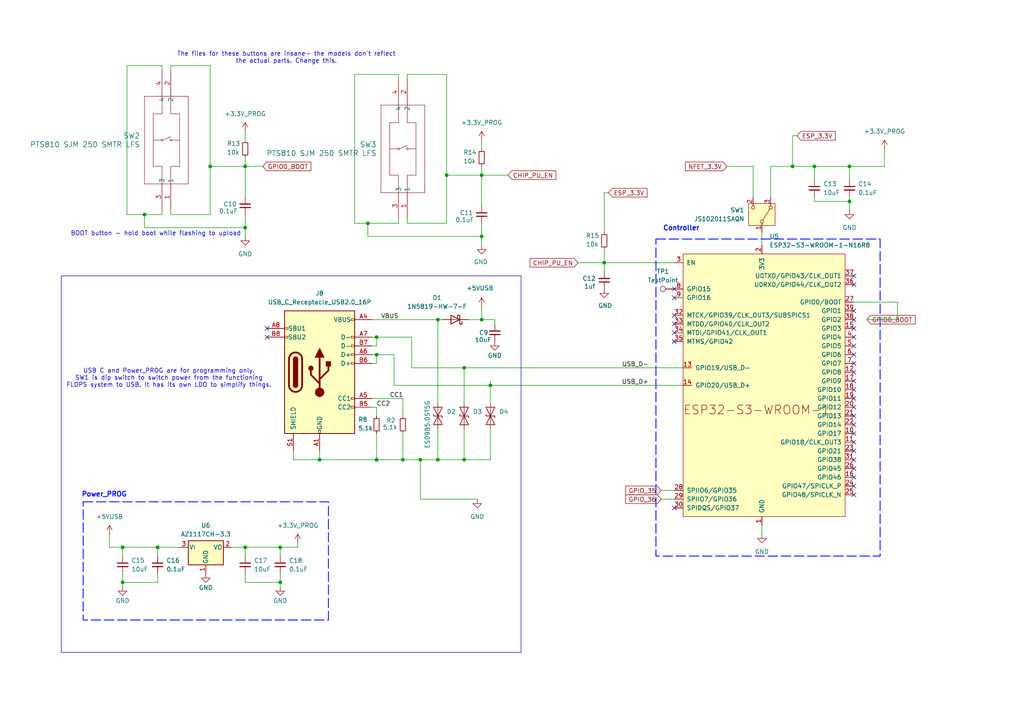
<source format=kicad_sch>
(kicad_sch (version 20231120) (generator "eeschema") (generator_version "8.0")
  (paper "A4")
  (title_block (date "2024-11-14") (rev "3"))
  (lib_symbols
    (symbol "Connector:TestPoint" (pin_numbers hide) (pin_names (offset 0.762) hide)
      (property "Reference" "TP" (at 0 6.858 0))
      (property "Value" "TestPoint" (at 0 5.08 0))
      (symbol "TestPoint_0_1"
        (circle (center 0 3.302) (radius 0.762))
      )
      (symbol "TestPoint_1_1"
        (pin passive line (at 0 0 90) (length 2.54) (name "1") (number "1"))
      )
    )
    (symbol "Connector:USB_C_Receptacle_USB2.0_16P" (pin_names (offset 1.016))
      (property "Reference" "J8" (at 0 22.86 0))
      (property "Value" "USB_C_Receptacle_USB2.0_16P" (at 0 20.32 0))
      (symbol "USB_C_Receptacle_USB2.0_16P_0_0"
        (rectangle (start -10.16 10.414) (end -9.144 9.906))
        (rectangle (start -10.16 12.954) (end -9.144 12.446))
        (rectangle (start -0.254 -17.78) (end 0.254 -16.764))
        (rectangle (start 10.16 -9.906) (end 9.144 -10.414))
        (rectangle (start 10.16 -7.366) (end 9.144 -7.874))
        (rectangle (start 10.16 2.794) (end 9.144 2.286))
        (rectangle (start 10.16 5.334) (end 9.144 4.826))
        (rectangle (start 10.16 7.874) (end 9.144 7.366))
        (rectangle (start 10.16 10.414) (end 9.144 9.906))
        (rectangle (start 10.16 15.494) (end 9.144 14.986))
      )
      (symbol "USB_C_Receptacle_USB2.0_16P_0_1"
        (rectangle (start -10.16 17.78) (end 10.16 -17.78) (stroke (width 0.254)) (fill (type background)))
        (arc (start -8.89 -3.81) (mid -6.985 -5.7067) (end -5.08 -3.81) (stroke (width 0.508)))
        (arc (start -7.62 -3.81) (mid -6.985 -4.4423) (end -6.35 -3.81) (stroke (width 0.254)))
        (arc (start -7.62 -3.81) (mid -6.985 -4.4423) (end -6.35 -3.81) (stroke (width 0.254)) (fill (type outline)))
        (rectangle (start -7.62 -3.81) (end -6.35 3.81) (stroke (width 0.254)) (fill (type outline)))
        (arc (start -6.35 3.81) (mid -6.985 4.4423) (end -7.62 3.81) (stroke (width 0.254)))
        (arc (start -6.35 3.81) (mid -6.985 4.4423) (end -7.62 3.81) (stroke (width 0.254)) (fill (type outline)))
        (arc (start -5.08 3.81) (mid -6.985 5.7067) (end -8.89 3.81) (stroke (width 0.508)))
        (circle (center -2.54 1.143) (radius 0.635) (stroke (width 0.254)) (fill (type outline)))
        (circle (center 0 -5.842) (radius 1.27) (fill (type outline)))
        (polyline (pts (xy -8.89 -3.81) (xy -8.89 3.81)) (stroke (width 0.508)))
        (polyline (pts (xy -5.08 3.81) (xy -5.08 -3.81)) (stroke (width 0.508)))
        (polyline (pts (xy 0 -5.842) (xy 0 4.318)) (stroke (width 0.508)))
        (polyline (pts (xy 0 -3.302) (xy -2.54 -0.762) (xy -2.54 0.508)) (stroke (width 0.508)))
        (polyline (pts (xy 0 -2.032) (xy 2.54 0.508) (xy 2.54 1.778)) (stroke (width 0.508)))
        (polyline (pts (xy -1.27 4.318) (xy 0 6.858) (xy 1.27 4.318) (xy -1.27 4.318)) (stroke (width 0.254)) (fill (type outline)))
        (rectangle (start 1.905 1.778) (end 3.175 3.048) (stroke (width 0.254)) (fill (type outline)))
      )
      (symbol "USB_C_Receptacle_USB2.0_16P_1_1"
        (pin passive line (at 0 -22.86 90) (length 5.08) (name "GND") (number "A1"))
        (pin passive line (at 0 -22.86 90) (length 5.08) hide (name "GND") (number "A12"))
        (pin passive line (at 15.24 15.24 180) (length 5.08) (name "VBUS") (number "A4"))
        (pin bidirectional line (at 15.24 -7.62 180) (length 5.08) (name "CC1") (number "A5"))
        (pin bidirectional line (at 15.24 5.08 180) (length 5.08) (name "D+") (number "A6"))
        (pin bidirectional line (at 15.24 10.16 180) (length 5.08) (name "D-") (number "A7"))
        (pin bidirectional line (at -15.24 12.7 0) (length 5.08) (name "SBU1") (number "A8"))
        (pin passive line (at 15.24 15.24 180) (length 5.08) hide (name "VBUS") (number "A9"))
        (pin passive line (at 0 -22.86 90) (length 5.08) hide (name "GND") (number "B1"))
        (pin passive line (at 0 -22.86 90) (length 5.08) hide (name "GND") (number "B12"))
        (pin passive line (at 15.24 15.24 180) (length 5.08) hide (name "VBUS") (number "B4"))
        (pin bidirectional line (at 15.24 -10.16 180) (length 5.08) (name "CC2") (number "B5"))
        (pin bidirectional line (at 15.24 2.54 180) (length 5.08) (name "D+") (number "B6"))
        (pin bidirectional line (at 15.24 7.62 180) (length 5.08) (name "D-") (number "B7"))
        (pin bidirectional line (at -15.24 10.16 0) (length 5.08) (name "SBU2") (number "B8"))
        (pin passive line (at 15.24 15.24 180) (length 5.08) hide (name "VBUS") (number "B9"))
        (pin passive line (at -7.62 -22.86 90) (length 5.08) (name "SHIELD") (number "S1"))
      )
    )
    (symbol "Device:C_Small" (pin_numbers hide) (pin_names (offset 0.254) hide)
      (property "Reference" "C" (at 0.254 1.778 0))
      (property "Value" "C_Small" (at 0.254 -2.032 0))
      (symbol "C_Small_0_1"
        (polyline (pts (xy -1.524 -0.508) (xy 1.524 -0.508)) (stroke (width 0.3302)))
        (polyline (pts (xy -1.524 0.508) (xy 1.524 0.508)) (stroke (width 0.3048)))
      )
      (symbol "C_Small_1_1"
        (pin passive line (at 0 2.54 270) (length 2.032) (name "~") (number "1"))
        (pin passive line (at 0 -2.54 90) (length 2.032) (name "~") (number "2"))
      )
    )
    (symbol "Device:R_Small" (pin_numbers hide) (pin_names (offset 0.254) hide)
      (property "Reference" "R" (at 0.762 0.508 0))
      (property "Value" "R_Small" (at 0.762 -1.016 0))
      (symbol "R_Small_0_1"
        (rectangle (start -0.762 1.778) (end 0.762 -1.778) (stroke (width 0.2032)))
      )
      (symbol "R_Small_1_1"
        (pin passive line (at 0 2.54 270) (length 0.762) (name "~") (number "1"))
        (pin passive line (at 0 -2.54 90) (length 0.762) (name "~") (number "2"))
      )
    )
    (symbol "Diode:1N5819" (pin_numbers hide) (pin_names (offset 1.016) hide)
      (property "Reference" "D" (at 0 2.54 0))
      (property "Value" "1N5819" (at 0 -2.54 0))
      (symbol "1N5819_0_1"
        (polyline (pts (xy 1.27 0) (xy -1.27 0)))
        (polyline (pts (xy 1.27 1.27) (xy 1.27 -1.27) (xy -1.27 0) (xy 1.27 1.27)) (stroke (width 0.254)))
        (polyline (pts (xy -1.905 0.635) (xy -1.905 1.27) (xy -1.27 1.27) (xy -1.27 -1.27) (xy -0.635 -1.27) (xy -0.635 -0.635)) (stroke (width 0.254)))
      )
      (symbol "1N5819_1_1"
        (pin passive line (at -3.81 0 0) (length 2.54) (name "K") (number "1"))
        (pin passive line (at 3.81 0 180) (length 2.54) (name "A") (number "2"))
      )
    )
    (symbol "Diode:ESD9B5.0ST5G" (pin_numbers hide) (pin_names (offset 1.016) hide)
      (property "Reference" "D" (at 0 2.54 0))
      (property "Value" "ESD9B5.0ST5G" (at 0 -2.54 0))
      (symbol "ESD9B5.0ST5G_0_1"
        (polyline (pts (xy 1.27 0) (xy -1.27 0)))
        (polyline (pts (xy -2.54 -1.27) (xy 0 0) (xy -2.54 1.27) (xy -2.54 -1.27)) (stroke (width 0.2032)))
        (polyline (pts (xy 0.508 1.27) (xy 0 1.27) (xy 0 -1.27) (xy -0.508 -1.27)) (stroke (width 0.2032)))
        (polyline (pts (xy 2.54 1.27) (xy 2.54 -1.27) (xy 0 0) (xy 2.54 1.27)) (stroke (width 0.2032)))
      )
      (symbol "ESD9B5.0ST5G_1_1"
        (pin passive line (at -3.81 0 0) (length 2.54) (name "A1") (number "1"))
        (pin passive line (at 3.81 0 180) (length 2.54) (name "A2") (number "2"))
      )
    )
    (symbol "PCM_Espressif:ESP32-S3-WROOM-1" (pin_names (offset 1.016))
      (property "Reference" "U5" (at 2.1941 43.18 0))
      (property "Value" "ESP32-S3-WROOM-1-N16R8" (at 2.1941 40.64 0))
      (symbol "ESP32-S3-WROOM-1_0_0"
        (text "ESP32-S3-WROOM-1" (at -1.524 -7.112 0) (effects (font (size 2.54 2.54))))
        (pin power_in line (at 0 -40.64 90) (length 2.54) (name "GND") (number "1"))
        (pin bidirectional line (at 26.67 -26.67 180) (length 2.54) (name "GPIO46") (number "16"))
        (pin power_in line (at 0 40.64 270) (length 2.54) (name "3V3") (number "2"))
        (pin bidirectional line (at 26.67 -19.05 180) (length 2.54) (name "GPIO21") (number "23"))
        (pin bidirectional line (at 26.67 -24.13 180) (length 2.54) (name "GPIO45") (number "26"))
        (pin bidirectional line (at 26.67 24.13 180) (length 2.54) (name "GPIO0/BOOT") (number "27"))
        (pin input line (at -25.4 35.56 0) (length 2.54) (name "EN") (number "3"))
        (pin bidirectional line (at -25.4 20.32 0) (length 2.54) (name "MTCK/GPIO39/CLK_OUT3/SUBSPICS1") (number "32"))
        (pin bidirectional line (at -25.4 17.78 0) (length 2.54) (name "MTDO/GPIO40/CLK_OUT2") (number "33"))
        (pin bidirectional line (at -25.4 15.24 0) (length 2.54) (name "MTDI/GPIO41/CLK_OUT1") (number "34"))
        (pin bidirectional line (at -25.4 12.7 0) (length 2.54) (name "MTMS/GPIO42") (number "35"))
        (pin bidirectional line (at 26.67 29.21 180) (length 2.54) (name "U0RXD/GPIO44/CLK_OUT2") (number "36"))
        (pin bidirectional line (at 26.67 31.75 180) (length 2.54) (name "U0TXD/GPIO43/CLK_OUT1") (number "37"))
        (pin passive line (at 0 -40.64 90) (length 2.54) hide (name "GND") (number "40"))
        (pin passive line (at 0 -40.64 90) (length 2.54) hide (name "GND") (number "41"))
      )
      (symbol "ESP32-S3-WROOM-1_0_1"
        (rectangle (start -22.86 38.1) (end 24.13 -38.1) (fill (type background)))
      )
      (symbol "ESP32-S3-WROOM-1_1_0"
        (pin bidirectional line (at 26.67 -13.97 180) (length 2.54) (name "GPIO17") (number "10"))
        (pin bidirectional line (at 26.67 -16.51 180) (length 2.54) (name "GPIO18/CLK_OUT3") (number "11"))
        (pin bidirectional line (at 26.67 3.81 180) (length 2.54) (name "GPIO8") (number "12"))
        (pin bidirectional line (at -22.86 5.08 0) (length 2.54) (name "GPIO19/USB_D-") (number "13"))
        (pin bidirectional line (at -22.86 0 0) (length 2.54) (name "GPIO20/USB_D+") (number "14"))
        (pin bidirectional line (at 26.67 16.51 180) (length 2.54) (name "GPIO3") (number "15"))
        (pin bidirectional line (at 26.67 1.27 180) (length 2.54) (name "GPIO9") (number "17"))
        (pin bidirectional line (at 26.67 -1.27 180) (length 2.54) (name "GPIO10") (number "18"))
        (pin bidirectional line (at 26.67 -3.81 180) (length 2.54) (name "GPIO11") (number "19"))
        (pin bidirectional line (at 26.67 -6.35 180) (length 2.54) (name "GPIO12") (number "20"))
        (pin bidirectional line (at 26.67 -8.89 180) (length 2.54) (name "GPIO13") (number "21"))
        (pin bidirectional line (at 26.67 -11.43 180) (length 2.54) (name "GPIO14") (number "22"))
        (pin bidirectional line (at 26.67 -29.21 180) (length 2.54) (name "GPIO47/SPICLK_P") (number "24"))
        (pin bidirectional line (at 26.67 -31.75 180) (length 2.54) (name "GPIO48/SPICLK_N") (number "25"))
        (pin bidirectional line (at -25.4 -30.48 0) (length 2.54) (name "SPIIO6/GPIO35") (number "28"))
        (pin bidirectional line (at -25.4 -33.02 0) (length 2.54) (name "SPIIO7/GPIO36") (number "29"))
        (pin bidirectional line (at -25.4 -35.56 0) (length 2.54) (name "SPIDQS/GPIO37") (number "30"))
        (pin bidirectional line (at 26.67 -21.59 180) (length 2.54) (name "GPIO38") (number "31"))
        (pin bidirectional line (at 26.67 19.05 180) (length 2.54) (name "GPIO2") (number "38"))
        (pin bidirectional line (at 26.67 21.59 180) (length 2.54) (name "GPIO1") (number "39"))
        (pin bidirectional line (at 26.67 13.97 180) (length 2.54) (name "GPIO4") (number "4"))
        (pin bidirectional line (at 26.67 11.43 180) (length 2.54) (name "GPIO5") (number "5"))
        (pin bidirectional line (at 26.67 8.89 180) (length 2.54) (name "GPIO6") (number "6"))
        (pin bidirectional line (at 26.67 6.35 180) (length 2.54) (name "GPIO7") (number "7"))
        (pin bidirectional line (at -25.4 27.94 0) (length 2.54) (name "GPIO15") (number "8"))
        (pin bidirectional line (at -25.4 25.4 0) (length 2.54) (name "GPIO16") (number "9"))
      )
    )
    (symbol "PTS810SJM250SMTR LFS:PTS810_SJM_250_SMTR_LFS" (pin_names (offset 0.254))
      (property "Reference" "SW" (at 20.32 10.16 0))
      (property "Value" "PTS810 SJM 250 SMTR LFS" (at 20.32 7.62 0))
      (symbol "PTS810_SJM_250_SMTR_LFS_0_1"
        (polyline (pts (xy 7.62 -7.62) (xy 33.02 -7.62)) (stroke (width 0.127)))
        (polyline (pts (xy 7.62 0) (xy 12.7 0)) (stroke (width 0.127)))
        (polyline (pts (xy 7.62 5.08) (xy 7.62 -7.62)) (stroke (width 0.127)))
        (polyline (pts (xy 12.7 -5.08) (xy 12.7 -2.54)) (stroke (width 0.127)))
        (polyline (pts (xy 12.7 -2.54) (xy 7.62 -2.54)) (stroke (width 0.127)))
        (polyline (pts (xy 12.7 0) (xy 12.7 2.54)) (stroke (width 0.127)))
        (polyline (pts (xy 12.7 2.54) (xy 27.94 2.54)) (stroke (width 0.127)))
        (polyline (pts (xy 20.32 -2.794) (xy 20.32 -5.08)) (stroke (width 0.127)))
        (polyline (pts (xy 20.32 2.54) (xy 20.32 0.254)) (stroke (width 0.127)))
        (polyline (pts (xy 21.336 0) (xy 20.32 -2.286)) (stroke (width 0.127)))
        (polyline (pts (xy 27.94 -5.08) (xy 12.7 -5.08)) (stroke (width 0.127)))
        (polyline (pts (xy 27.94 -2.54) (xy 27.94 -5.08)) (stroke (width 0.127)))
        (polyline (pts (xy 27.94 0) (xy 33.02 0)) (stroke (width 0.127)))
        (polyline (pts (xy 27.94 2.54) (xy 27.94 0)) (stroke (width 0.127)))
        (polyline (pts (xy 33.02 -7.62) (xy 33.02 5.08)) (stroke (width 0.127)))
        (polyline (pts (xy 33.02 -2.54) (xy 27.94 -2.54)) (stroke (width 0.127)))
        (polyline (pts (xy 33.02 5.08) (xy 7.62 5.08)) (stroke (width 0.127)))
        (circle (center 20.32 -2.54) (radius 0.254) (stroke (width 0.127)))
        (circle (center 20.32 0) (radius 0.254) (stroke (width 0.127)))
        (pin unspecified line (at 0 0 0) (length 7.62) (name "1") (number "1"))
        (pin unspecified line (at 40.64 0 180) (length 7.62) (name "2") (number "2"))
        (pin unspecified line (at 0 -2.54 0) (length 7.62) (name "3") (number "3"))
        (pin unspecified line (at 40.64 -2.54 180) (length 7.62) (name "4") (number "4"))
      )
    )
    (symbol "Regulator_Linear:AZ1117-3.3" (pin_names (offset 0.254))
      (property "Reference" "U" (at -3.81 3.175 0))
      (property "Value" "AZ1117-3.3" (at 0 3.175 0))
      (symbol "AZ1117-3.3_0_1"
        (rectangle (start -5.08 1.905) (end 5.08 -5.08) (stroke (width 0.254)) (fill (type background)))
      )
      (symbol "AZ1117-3.3_1_1"
        (pin power_in line (at 0 -7.62 90) (length 2.54) (name "GND") (number "1"))
        (pin power_out line (at 7.62 0 180) (length 2.54) (name "VO") (number "2"))
        (pin power_in line (at -7.62 0 0) (length 2.54) (name "VI") (number "3"))
      )
    )
    (symbol "Switch:SW_SPDT_312" (pin_names (offset 1) hide)
      (property "Reference" "SW" (at 0 5.08 0))
      (property "Value" "SW_SPDT_312" (at 0 -5.08 0))
      (symbol "SW_SPDT_312_0_1"
        (circle (center -2.032 0) (radius 0.4572))
        (polyline (pts (xy -1.651 0.254) (xy 1.651 2.286)))
        (circle (center 2.032 -2.54) (radius 0.4572))
        (circle (center 2.032 2.54) (radius 0.4572))
      )
      (symbol "SW_SPDT_312_1_1"
        (rectangle (start -3.175 3.81) (end 3.175 -3.81) (fill (type background)))
        (pin passive line (at -5.08 0 0) (length 2.54) (name "B") (number "1"))
        (pin passive line (at 5.08 -2.54 180) (length 2.54) (name "C") (number "2"))
        (pin passive line (at 5.08 2.54 180) (length 2.54) (name "A") (number "3"))
      )
    )
    (symbol "power:+3.3V" (power) (pin_numbers hide) (pin_names (offset 0) hide)
      (property "Value" "+3.3V" (at 0 3.556 0))
      (symbol "+3.3V_0_1"
        (polyline (pts (xy -0.762 1.27) (xy 0 2.54)))
        (polyline (pts (xy 0 0) (xy 0 2.54)))
        (polyline (pts (xy 0 2.54) (xy 0.762 1.27)))
      )
      (symbol "+3.3V_1_1"
        (pin power_in line (at 0 0 90) (length 0) (name "~") (number "1"))
      )
    )
    (symbol "power:+5V" (power) (pin_numbers hide) (pin_names (offset 0) hide)
      (property "Value" "+5V" (at 0 3.556 0))
      (symbol "+5V_0_1"
        (polyline (pts (xy -0.762 1.27) (xy 0 2.54)))
        (polyline (pts (xy 0 0) (xy 0 2.54)))
        (polyline (pts (xy 0 2.54) (xy 0.762 1.27)))
      )
      (symbol "+5V_1_1"
        (pin power_in line (at 0 0 90) (length 0) (name "~") (number "1"))
      )
    )
    (symbol "power:GND" (power) (pin_numbers hide) (pin_names (offset 0) hide)
      (property "Value" "GND" (at 0 -3.81 0))
      (symbol "GND_0_1"
        (polyline (pts (xy 0 0) (xy 0 -1.27) (xy 1.27 -1.27) (xy 0 -2.54) (xy -1.27 -1.27) (xy 0 -1.27)))
      )
      (symbol "GND_1_1"
        (pin power_in line (at 0 0 270) (length 0) (name "~") (number "1"))
      )
    )
  )
  (junction (at 139.7 92.71))
  (junction (at 116.84 133.35))
  (junction (at 81.28 168.91))
  (junction (at 246.38 48.26))
  (junction (at 236.22 48.26))
  (junction (at 109.22 97.79))
  (junction (at 134.62 106.68))
  (junction (at 109.22 133.35))
  (junction (at 81.28 158.75))
  (junction (at 106.68 64.77))
  (junction (at 129.54 50.8))
  (junction (at 71.12 66.04))
  (junction (at 139.7 68.58))
  (junction (at 127 92.71))
  (junction (at 229.87 48.26))
  (junction (at 60.96 48.26))
  (junction (at 246.38 58.42))
  (junction (at 41.91 62.23))
  (junction (at 127 133.35))
  (junction (at 134.62 133.35))
  (junction (at 175.26 76.2))
  (junction (at 45.72 158.75))
  (junction (at 35.56 158.75))
  (junction (at 139.7 50.8))
  (junction (at 71.12 48.26))
  (junction (at 142.24 111.76))
  (junction (at 92.71 133.35))
  (junction (at 35.56 168.91))
  (junction (at 109.22 102.87))
  (junction (at 71.12 158.75))
  (junction (at 121.92 133.35))
  (no_connect (at 195.58 99.06))
  (no_connect (at 195.58 96.52))
  (no_connect (at 77.47 97.79))
  (no_connect (at 247.65 140.97))
  (no_connect (at 247.65 100.33))
  (no_connect (at 247.65 128.27))
  (no_connect (at 247.65 113.03))
  (no_connect (at 247.65 95.25))
  (no_connect (at 247.65 115.57))
  (no_connect (at 247.65 138.43))
  (no_connect (at 195.58 93.98))
  (no_connect (at 247.65 120.65))
  (no_connect (at 247.65 82.55))
  (no_connect (at 247.65 143.51))
  (no_connect (at 247.65 92.71))
  (no_connect (at 247.65 125.73))
  (no_connect (at 195.58 147.32))
  (no_connect (at 195.58 91.44))
  (no_connect (at 247.65 133.35))
  (no_connect (at 195.58 83.82))
  (no_connect (at 247.65 90.17))
  (no_connect (at 77.47 95.25))
  (no_connect (at 247.65 110.49))
  (no_connect (at 247.65 118.11))
  (no_connect (at 247.65 105.41))
  (no_connect (at 195.58 86.36))
  (no_connect (at 247.65 80.01))
  (no_connect (at 247.65 130.81))
  (no_connect (at 247.65 135.89))
  (no_connect (at 247.65 107.95))
  (no_connect (at 247.65 97.79))
  (no_connect (at 247.65 123.19))
  (no_connect (at 247.65 102.87))
  (wire (pts (xy 102.87 64.77) (xy 106.68 64.77)))
  (wire (pts (xy 81.28 158.75) (xy 81.28 161.29)))
  (wire (pts (xy 41.91 62.23) (xy 46.99 62.23)))
  (wire (pts (xy 139.7 48.26) (xy 139.7 50.8)))
  (wire (pts (xy 71.12 66.04) (xy 41.91 66.04)))
  (wire (pts (xy 236.22 48.26) (xy 246.38 48.26)))
  (wire (pts (xy 260.35 87.63) (xy 260.35 92.71)))
  (wire (pts (xy 109.22 125.73) (xy 109.22 133.35)))
  (wire (pts (xy 118.11 63.5) (xy 118.11 64.77)))
  (wire (pts (xy 92.71 133.35) (xy 109.22 133.35)))
  (wire (pts (xy 135.89 92.71) (xy 139.7 92.71)))
  (wire (pts (xy 223.52 48.26) (xy 223.52 57.15)))
  (wire (pts (xy 45.72 168.91) (xy 45.72 166.37)))
  (wire (pts (xy 109.22 97.79) (xy 119.38 97.79)))
  (wire (pts (xy 127 92.71) (xy 127 116.84)))
  (wire (pts (xy 231.14 39.37) (xy 229.87 39.37)))
  (wire (pts (xy 41.91 62.23) (xy 41.91 66.04)))
  (wire (pts (xy 229.87 48.26) (xy 236.22 48.26)))
  (wire (pts (xy 246.38 57.15) (xy 246.38 58.42)))
  (wire (pts (xy 175.26 55.88) (xy 175.26 67.31)))
  (wire (pts (xy 49.53 20.32) (xy 49.53 19.05)))
  (wire (pts (xy 129.54 50.8) (xy 139.7 50.8)))
  (wire (pts (xy 71.12 166.37) (xy 71.12 168.91)))
  (wire (pts (xy 191.77 142.24) (xy 195.58 142.24)))
  (wire (pts (xy 139.7 92.71) (xy 143.51 92.71)))
  (wire (pts (xy 102.87 21.59) (xy 102.87 64.77)))
  (wire (pts (xy 71.12 48.26) (xy 76.2 48.26)))
  (wire (pts (xy 45.72 158.75) (xy 52.07 158.75)))
  (wire (pts (xy 220.98 67.31) (xy 220.98 71.12)))
  (wire (pts (xy 119.38 106.68) (xy 134.62 106.68)))
  (wire (pts (xy 31.75 158.75) (xy 35.56 158.75)))
  (wire (pts (xy 85.09 133.35) (xy 92.71 133.35)))
  (wire (pts (xy 175.26 72.39) (xy 175.26 76.2)))
  (wire (pts (xy 236.22 57.15) (xy 236.22 58.42)))
  (wire (pts (xy 118.11 21.59) (xy 129.54 21.59)))
  (wire (pts (xy 107.95 118.11) (xy 109.22 118.11)))
  (wire (pts (xy 167.64 76.2) (xy 175.26 76.2)))
  (wire (pts (xy 71.12 168.91) (xy 81.28 168.91)))
  (wire (pts (xy 260.35 92.71) (xy 251.46 92.71)))
  (wire (pts (xy 60.96 62.23) (xy 60.96 48.26)))
  (wire (pts (xy 107.95 115.57) (xy 116.84 115.57)))
  (wire (pts (xy 175.26 76.2) (xy 175.26 78.74)))
  (wire (pts (xy 116.84 133.35) (xy 121.92 133.35)))
  (wire (pts (xy 139.7 68.58) (xy 139.7 71.12)))
  (wire (pts (xy 107.95 105.41) (xy 109.22 105.41)))
  (wire (pts (xy 107.95 102.87) (xy 109.22 102.87)))
  (wire (pts (xy 139.7 88.9) (xy 139.7 92.71)))
  (wire (pts (xy 36.83 62.23) (xy 41.91 62.23)))
  (wire (pts (xy 31.75 154.94) (xy 31.75 158.75)))
  (wire (pts (xy 71.12 158.75) (xy 81.28 158.75)))
  (wire (pts (xy 36.83 19.05) (xy 46.99 19.05)))
  (wire (pts (xy 134.62 133.35) (xy 142.24 133.35)))
  (wire (pts (xy 49.53 60.96) (xy 49.53 62.23)))
  (wire (pts (xy 246.38 48.26) (xy 246.38 52.07)))
  (wire (pts (xy 60.96 48.26) (xy 60.96 19.05)))
  (wire (pts (xy 102.87 21.59) (xy 115.57 21.59)))
  (wire (pts (xy 127 92.71) (xy 128.27 92.71)))
  (wire (pts (xy 236.22 48.26) (xy 236.22 52.07)))
  (wire (pts (xy 71.12 158.75) (xy 71.12 161.29)))
  (wire (pts (xy 256.54 43.18) (xy 256.54 48.26)))
  (wire (pts (xy 129.54 64.77) (xy 129.54 50.8)))
  (wire (pts (xy 67.31 158.75) (xy 71.12 158.75)))
  (wire (pts (xy 127 124.46) (xy 127 133.35)))
  (wire (pts (xy 85.09 130.81) (xy 85.09 133.35)))
  (wire (pts (xy 109.22 102.87) (xy 109.22 105.41)))
  (wire (pts (xy 109.22 133.35) (xy 116.84 133.35)))
  (wire (pts (xy 49.53 19.05) (xy 60.96 19.05)))
  (wire (pts (xy 142.24 111.76) (xy 142.24 116.84)))
  (wire (pts (xy 71.12 66.04) (xy 71.12 68.58)))
  (wire (pts (xy 114.3 111.76) (xy 142.24 111.76)))
  (wire (pts (xy 118.11 22.86) (xy 118.11 21.59)))
  (wire (pts (xy 109.22 97.79) (xy 109.22 100.33)))
  (wire (pts (xy 81.28 166.37) (xy 81.28 168.91)))
  (wire (pts (xy 223.52 48.26) (xy 229.87 48.26)))
  (wire (pts (xy 107.95 97.79) (xy 109.22 97.79)))
  (wire (pts (xy 142.24 111.76) (xy 142.24 110.49)))
  (wire (pts (xy 142.24 111.76) (xy 198.12 111.76)))
  (wire (pts (xy 35.56 168.91) (xy 35.56 170.18)))
  (wire (pts (xy 35.56 158.75) (xy 45.72 158.75)))
  (wire (pts (xy 139.7 68.58) (xy 106.68 68.58)))
  (wire (pts (xy 119.38 97.79) (xy 119.38 106.68)))
  (wire (pts (xy 109.22 118.11) (xy 109.22 120.65)))
  (wire (pts (xy 218.44 48.26) (xy 218.44 57.15)))
  (wire (pts (xy 139.7 50.8) (xy 147.32 50.8)))
  (wire (pts (xy 114.3 102.87) (xy 114.3 111.76)))
  (wire (pts (xy 46.99 60.96) (xy 46.99 62.23)))
  (wire (pts (xy 134.62 106.68) (xy 134.62 116.84)))
  (wire (pts (xy 109.22 102.87) (xy 114.3 102.87)))
  (wire (pts (xy 46.99 20.32) (xy 46.99 19.05)))
  (wire (pts (xy 139.7 50.8) (xy 139.7 59.69)))
  (wire (pts (xy 106.68 64.77) (xy 106.68 68.58)))
  (wire (pts (xy 191.77 144.78) (xy 195.58 144.78)))
  (wire (pts (xy 107.95 92.71) (xy 127 92.71)))
  (wire (pts (xy 121.92 144.78) (xy 121.92 133.35)))
  (wire (pts (xy 236.22 58.42) (xy 246.38 58.42)))
  (wire (pts (xy 71.12 45.72) (xy 71.12 48.26)))
  (wire (pts (xy 220.98 152.4) (xy 220.98 154.94)))
  (wire (pts (xy 86.36 157.48) (xy 86.36 158.75)))
  (wire (pts (xy 60.96 48.26) (xy 71.12 48.26)))
  (wire (pts (xy 81.28 158.75) (xy 86.36 158.75)))
  (wire (pts (xy 195.58 76.2) (xy 175.26 76.2)))
  (wire (pts (xy 35.56 158.75) (xy 35.56 161.29)))
  (wire (pts (xy 92.71 130.81) (xy 92.71 133.35)))
  (wire (pts (xy 81.28 168.91) (xy 81.28 170.18)))
  (wire (pts (xy 134.62 106.68) (xy 198.12 106.68)))
  (wire (pts (xy 134.62 124.46) (xy 134.62 133.35)))
  (wire (pts (xy 121.92 144.78) (xy 138.43 144.78)))
  (wire (pts (xy 36.83 19.05) (xy 36.83 62.23)))
  (wire (pts (xy 246.38 58.42) (xy 246.38 60.96)))
  (wire (pts (xy 115.57 63.5) (xy 115.57 64.77)))
  (wire (pts (xy 45.72 158.75) (xy 45.72 161.29)))
  (wire (pts (xy 35.56 168.91) (xy 45.72 168.91)))
  (wire (pts (xy 116.84 133.35) (xy 116.84 125.73)))
  (wire (pts (xy 229.87 39.37) (xy 229.87 48.26)))
  (wire (pts (xy 115.57 22.86) (xy 115.57 21.59)))
  (wire (pts (xy 142.24 124.46) (xy 142.24 133.35)))
  (wire (pts (xy 71.12 62.23) (xy 71.12 66.04)))
  (wire (pts (xy 121.92 133.35) (xy 127 133.35)))
  (wire (pts (xy 175.26 55.88) (xy 176.53 55.88)))
  (wire (pts (xy 49.53 62.23) (xy 60.96 62.23)))
  (wire (pts (xy 118.11 64.77) (xy 129.54 64.77)))
  (wire (pts (xy 71.12 48.26) (xy 71.12 57.15)))
  (wire (pts (xy 139.7 64.77) (xy 139.7 68.58)))
  (wire (pts (xy 116.84 115.57) (xy 116.84 120.65)))
  (wire (pts (xy 107.95 100.33) (xy 109.22 100.33)))
  (wire (pts (xy 129.54 50.8) (xy 129.54 21.59)))
  (wire (pts (xy 247.65 87.63) (xy 260.35 87.63)))
  (wire (pts (xy 35.56 166.37) (xy 35.56 168.91)))
  (wire (pts (xy 256.54 48.26) (xy 246.38 48.26)))
  (wire (pts (xy 139.7 43.18) (xy 139.7 40.64)))
  (wire (pts (xy 127 133.35) (xy 134.62 133.35)))
  (wire (pts (xy 71.12 40.64) (xy 71.12 38.1)))
  (wire (pts (xy 143.51 92.71) (xy 143.51 93.98)))
  (wire (pts (xy 106.68 64.77) (xy 115.57 64.77)))
  (wire (pts (xy 210.82 48.26) (xy 218.44 48.26)))
  (rectangle (start 24.13 145.542) (end 95.25 179.832) (stroke (width 0.254) (type dash) (color 0 11 255 1)))
  (rectangle (start 17.78 80.01) (end 151.13 189.23))
  (rectangle (start 190.246 69.342) (end 255.27 161.29) (stroke (width 0.254) (type dash) (color 0 11 255 1)))
  (text "Controller\n" (at 197.612 66.294 0) (effects (font (size 1.397 1.397) (thickness 0.2794) (bold yes))))
  (text "The files for these buttons are insane- the models don't reflect\nthe actual parts. Change this.\n" (at 83.058 16.764 0) (effects (font (size 1.27 1.27))))
  (text "USB C and Power_PROG are for programming only.\nSW1 is dip switch to switch power from the functioning\nFLOPS system to USB. It has its own LDO to simplify things." (at 49.022 109.728 0) (effects (font (size 1.27 1.27))))
  (text "BOOT button - hold boot while flashing to upload" (at 45.212 67.818 0) (effects (font (size 1.27 1.27))))
  (text "Power_PROG" (at 30.226 143.51 0) (effects (font (size 1.397 1.397) (thickness 0.2794) (bold yes))))
  (label "VBUS" (at 110.49 92.71 0))
  (label "USB_D-" (at 180.34 106.68 0))
  (label "USB_D+" (at 180.34 111.76 0))
  (label "CC2" (at 109.22 118.11 0))
  (label "CC1" (at 113.03 115.57 0))
  (global_label "GPIO_36" (shape input) (at 191.77 144.78 180) (property "Intersheetrefs" "${INTERSHEET_REFS}" (effects (hide yes))))
  (global_label "ESP_3.3V" (shape input) (at 231.14 39.37 0) (property "Intersheetrefs" "${INTERSHEET_REFS}" (effects (hide yes))))
  (global_label "NFET_3.3V" (shape input) (at 210.82 48.26 180) (property "Intersheetrefs" "${INTERSHEET_REFS}" (effects (hide yes))))
  (global_label "ESP_3.3V" (shape input) (at 176.53 55.88 0) (property "Intersheetrefs" "${INTERSHEET_REFS}" (effects (hide yes))))
  (global_label "CHIP_PU_EN" (shape input) (at 167.64 76.2 180) (property "Intersheetrefs" "${INTERSHEET_REFS}" (effects (hide yes))))
  (global_label "GPIO0_BOOT" (shape input) (at 251.46 92.71 0) (property "Intersheetrefs" "${INTERSHEET_REFS}" (effects (hide yes))))
  (global_label "GPIO_35" (shape input) (at 191.77 142.24 180) (property "Intersheetrefs" "${INTERSHEET_REFS}" (effects (hide yes))))
  (global_label "CHIP_PU_EN" (shape input) (at 147.32 50.8 0) (property "Intersheetrefs" "${INTERSHEET_REFS}" (effects (hide yes))))
  (global_label "GPIO0_BOOT" (shape input) (at 76.2 48.26 0) (property "Intersheetrefs" "${INTERSHEET_REFS}" (effects (hide yes))))
  (symbol (lib_id "power:+5V") (at 139.7 88.9 0) (unit 1)
    (property "Reference" "#PWR011" (effects (hide yes)))
    (property "Value" "+5VUSB" (at 139.192 83.566 0))
    (property "Description" "Power symbol creates a global label with name \"+5V\"" (effects (hide yes)))
  )
  (symbol (lib_id "Device:C_Small") (at 139.7 62.23 180) (unit 1)
    (property "Reference" "C11" (at 133.35 61.722 0) (effects (justify right)))
    (property "Value" "0.1uF" (at 132.08 63.754 0) (effects (justify right)))
    (property "Footprint" "Capacitor_SMD:C_0603_1608Metric_Pad1.08x0.95mm_HandSolder" (effects (hide yes)))
    (property "Description" "Unpolarized capacitor, small symbol" (effects (hide yes)))
  )
  (symbol (lib_id "Switch:SW_SPDT_312") (at 220.98 62.23 270) (mirror x) (unit 1)
    (property "Reference" "SW1" (at 215.9 60.9599 90) (effects (justify right)))
    (property "Value" "JS102011SAQN" (at 215.9 63.4999 90) (effects (justify right)))
    (property "Footprint" "Button_Switch_SMD:SW_SPDT_CK_JS102011SAQN" (effects (hide yes)))
    (property "Description" "Switch, single pole double throw" (effects (hide yes)))
  )
  (symbol (lib_id "Device:R_Small") (at 116.84 123.19 180) (unit 1)
    (property "Reference" "R2" (at 112.014 121.92 0) (effects (justify right)))
    (property "Value" "5.1k" (at 110.998 123.952 0) (effects (justify right)))
    (property "Footprint" "Resistor_SMD:R_0603_1608Metric_Pad0.98x0.95mm_HandSolder" (effects (hide yes)))
    (property "Description" "Resistor, small symbol" (effects (hide yes)))
  )
  (symbol (lib_id "power:GND") (at 246.38 60.96 0) (unit 1)
    (property "Reference" "#PWR032" (effects (hide yes)))
    (property "Value" "GND" (at 246.38 66.04 0))
    (property "Description" "Power symbol creates a global label with name \"GND\" , ground" (effects (hide yes)))
  )
  (symbol (lib_id "Diode:ESD9B5.0ST5G") (at 142.24 120.65 270) (unit 1)
    (property "Reference" "D4" (at 144.78 119.3799 90) (effects (justify left)))
    (property "Value" "ESD9B5.0ST5G" (effects (hide yes)))
    (property "Footprint" "Diode_SMD:D_SOD-923" (effects (hide yes)))
    (property "Datasheet" "https://www.onsemi.com/pub/Collateral/ESD9B-D.PDF" (effects (hide yes)))
    (property "Description" "ESD protection diode, 5.0Vrwm, SOD-923" (effects (hide yes)))
  )
  (symbol (lib_id "power:GND") (at 138.43 144.78 0) (unit 1)
    (property "Reference" "#PWR029" (effects (hide yes)))
    (property "Value" "GND" (at 138.43 149.86 0))
    (property "Description" "Power symbol creates a global label with name \"GND\" , ground" (effects (hide yes)))
  )
  (symbol (lib_id "power:+3.3V") (at 256.54 43.18 0) (unit 1)
    (property "Reference" "#PWR039" (effects (hide yes)))
    (property "Value" "+3.3V_PROG" (at 256.54 38.1 0))
    (property "Description" "Power symbol creates a global label with name \"+3.3V\"" (effects (hide yes)))
  )
  (symbol (lib_id "Diode:ESD9B5.0ST5G") (at 127 120.65 270) (unit 1)
    (property "Reference" "D2" (at 129.54 119.3799 90) (effects (justify left)))
    (property "Value" "ESD9B5.0ST5G" (at 123.952 116.078 0) (effects (justify left)))
    (property "Footprint" "Diode_SMD:D_SOD-923" (effects (hide yes)))
    (property "Datasheet" "https://www.onsemi.com/pub/Collateral/ESD9B-D.PDF" (effects (hide yes)))
    (property "Description" "ESD protection diode, 5.0Vrwm, SOD-923" (effects (hide yes)))
  )
  (symbol (lib_id "power:GND") (at 220.98 154.94 0) (unit 1)
    (property "Reference" "#PWR038" (effects (hide yes)))
    (property "Value" "GND" (at 220.98 160.02 0))
    (property "Description" "Power symbol creates a global label with name \"GND\" , ground" (effects (hide yes)))
  )
  (symbol (lib_id "power:GND") (at 143.51 99.06 0) (unit 1)
    (property "Reference" "#PWR030" (effects (hide yes)))
    (property "Value" "GND" (at 143.51 103.124 0))
    (property "Description" "Power symbol creates a global label with name \"GND\" , ground" (effects (hide yes)))
  )
  (symbol (lib_id "Device:C_Small") (at 236.22 54.61 0) (unit 1)
    (property "Reference" "C13" (at 238.76 53.3462 0) (effects (justify left)))
    (property "Value" "10uF" (at 238.76 55.8862 0) (effects (justify left)))
    (property "Footprint" "Capacitor_SMD:C_0603_1608Metric_Pad1.08x0.95mm_HandSolder" (effects (hide yes)))
    (property "Description" "Unpolarized capacitor, small symbol" (effects (hide yes)))
  )
  (symbol (lib_id "power:GND") (at 175.26 83.82 0) (unit 1)
    (property "Reference" "#PWR024" (effects (hide yes)))
    (property "Value" "GND" (at 175.514 88.646 0))
    (property "Description" "Power symbol creates a global label with name \"GND\" , ground" (effects (hide yes)))
  )
  (symbol (lib_id "power:GND") (at 71.12 68.58 0) (unit 1)
    (property "Reference" "#PWR04" (effects (hide yes)))
    (property "Value" "GND" (at 71.12 73.66 0))
    (property "Description" "Power symbol creates a global label with name \"GND\" , ground" (effects (hide yes)))
  )
  (symbol (lib_id "Device:C_Small") (at 175.26 81.28 180) (unit 1)
    (property "Reference" "C12" (at 168.91 80.772 0) (effects (justify right)))
    (property "Value" "1uf" (at 169.418 83.058 0) (effects (justify right)))
    (property "Footprint" "Capacitor_SMD:C_0603_1608Metric_Pad1.08x0.95mm_HandSolder" (effects (hide yes)))
    (property "Description" "Unpolarized capacitor, small symbol" (effects (hide yes)))
  )
  (symbol (lib_id "Device:R_Small") (at 139.7 45.72 180) (unit 1)
    (property "Reference" "R14" (at 134.366 44.196 0) (effects (justify right)))
    (property "Value" "10k" (at 134.366 46.736 0) (effects (justify right)))
    (property "Footprint" "Resistor_SMD:R_0603_1608Metric_Pad0.98x0.95mm_HandSolder" (effects (hide yes)))
    (property "Description" "Resistor, small symbol" (effects (hide yes)))
  )
  (symbol (lib_id "power:+3.3V") (at 71.12 38.1 0) (unit 1)
    (property "Reference" "#PWR041" (effects (hide yes)))
    (property "Value" "+3.3V_PROG" (at 71.12 33.02 0))
    (property "Description" "Power symbol creates a global label with name \"+3.3V\"" (effects (hide yes)))
  )
  (symbol (lib_id "Device:R_Small") (at 109.22 123.19 180) (unit 1)
    (property "Reference" "R8" (at 103.886 121.666 0) (effects (justify right)))
    (property "Value" "5.1k" (at 103.886 124.206 0) (effects (justify right)))
    (property "Footprint" "Resistor_SMD:R_0603_1608Metric_Pad0.98x0.95mm_HandSolder" (effects (hide yes)))
    (property "Description" "Resistor, small symbol" (effects (hide yes)))
  )
  (symbol (lib_id "Diode:ESD9B5.0ST5G") (at 134.62 120.65 270) (unit 1)
    (property "Reference" "D3" (at 137.16 119.3799 90) (effects (justify left)))
    (property "Value" "ESD9B5.0ST5G" (effects (hide yes)))
    (property "Footprint" "Diode_SMD:D_SOD-923" (effects (hide yes)))
    (property "Datasheet" "https://www.onsemi.com/pub/Collateral/ESD9B-D.PDF" (effects (hide yes)))
    (property "Description" "ESD protection diode, 5.0Vrwm, SOD-923" (effects (hide yes)))
  )
  (symbol (lib_id "Regulator_Linear:AZ1117-3.3") (at 59.69 158.75 0) (unit 1)
    (property "Reference" "U6" (at 59.69 152.4 0))
    (property "Value" "AZ1117CH-3.3" (at 59.69 154.94 0))
    (property "Footprint" "Package_TO_SOT_SMD:SOT-223-3_TabPin2" (effects (hide yes)))
    (property "Datasheet" "https://www.diodes.com/assets/Datasheets/AZ1117.pdf" (effects (hide yes)))
    (property "Description" "1A 20V Fixed LDO Linear Regulator, 3.3V, SOT-89/SOT-223/TO-220/TO-252/TO-263" (effects (hide yes)))
  )
  (symbol (lib_id "Device:C_Small") (at 45.72 163.83 0) (unit 1)
    (property "Reference" "C16" (at 48.26 162.5662 0) (effects (justify left)))
    (property "Value" "0.1uF" (at 48.26 165.1062 0) (effects (justify left)))
    (property "Footprint" "Capacitor_SMD:C_0603_1608Metric_Pad1.08x0.95mm_HandSolder" (effects (hide yes)))
    (property "Description" "Unpolarized capacitor, small symbol" (effects (hide yes)))
  )
  (symbol (lib_id "Device:C_Small") (at 143.51 96.52 180) (unit 1)
    (property "Reference" "C9" (at 138.938 96.52 0) (effects (justify right)))
    (property "Value" "10uF" (at 137.668 98.552 0) (effects (justify right)))
    (property "Footprint" "Capacitor_SMD:C_0603_1608Metric_Pad1.08x0.95mm_HandSolder" (effects (hide yes)))
    (property "Description" "Unpolarized capacitor, small symbol" (effects (hide yes)))
  )
  (symbol (lib_id "power:+5V") (at 31.75 154.94 0) (unit 1)
    (property "Reference" "#PWR033" (effects (hide yes)))
    (property "Value" "+5VUSB" (at 31.75 149.86 0))
    (property "Description" "Power symbol creates a global label with name \"+5V\"" (effects (hide yes)))
  )
  (symbol (lib_id "power:GND") (at 35.56 170.18 0) (unit 1)
    (property "Reference" "#PWR034" (effects (hide yes)))
    (property "Value" "GND" (at 35.56 174.244 0))
    (property "Description" "Power symbol creates a global label with name \"GND\" , ground" (effects (hide yes)))
  )
  (symbol (lib_id "Diode:1N5819") (at 132.08 92.71 180) (unit 1)
    (property "Reference" "D1" (at 126.746 86.36 0))
    (property "Value" "1N5819-HW-7-F" (at 126.746 88.9 0))
    (property "Footprint" "Diode_SMD:D_SOD-123" (effects (hide yes)))
    (property "Datasheet" "http://www.vishay.com/docs/88525/1n5817.pdf" (effects (hide yes)))
    (property "Description" "40V 1A Schottky Barrier Rectifier Diode, DO-41" (effects (hide yes)))
  )
  (symbol (lib_id "PTS810SJM250SMTR LFS:PTS810_SJM_250_SMTR_LFS") (at 49.53 60.96 270) (mirror x) (unit 1)
    (property "Reference" "SW2" (at 40.64 39.3699 90) (effects (font (size 1.524 1.524)) (justify right)))
    (property "Value" "PTS810 SJM 250 SMTR LFS" (at 40.64 41.9099 90) (effects (font (size 1.524 1.524)) (justify right)))
    (property "Footprint" "PTS810SJM250SMTR LFS:PTS810_CNK" (effects (hide yes)))
    (property "Datasheet" "PTS810 SJM 250 SMTR LFS" (effects (hide yes)))
  )
  (symbol (lib_id "power:GND") (at 59.69 166.37 0) (unit 1)
    (property "Reference" "#PWR035" (effects (hide yes)))
    (property "Value" "GND" (at 59.69 170.434 0))
    (property "Description" "Power symbol creates a global label with name \"GND\" , ground" (effects (hide yes)))
  )
  (symbol (lib_id "Device:C_Small") (at 81.28 163.83 0) (unit 1)
    (property "Reference" "C18" (at 83.82 162.5662 0) (effects (justify left)))
    (property "Value" "0.1uF" (at 83.82 165.1062 0) (effects (justify left)))
    (property "Footprint" "Capacitor_SMD:C_0603_1608Metric_Pad1.08x0.95mm_HandSolder" (effects (hide yes)))
    (property "Description" "Unpolarized capacitor, small symbol" (effects (hide yes)))
  )
  (symbol (lib_id "power:+3.3V") (at 139.7 40.64 0) (unit 1)
    (property "Reference" "#PWR040" (effects (hide yes)))
    (property "Value" "+3.3V_PROG" (at 139.7 35.56 0))
    (property "Description" "Power symbol creates a global label with name \"+3.3V\"" (effects (hide yes)))
  )
  (symbol (lib_id "power:GND") (at 81.28 170.18 0) (unit 1)
    (property "Reference" "#PWR036" (effects (hide yes)))
    (property "Value" "GND" (at 81.28 174.244 0))
    (property "Description" "Power symbol creates a global label with name \"GND\" , ground" (effects (hide yes)))
  )
  (symbol (lib_id "power:GND") (at 139.7 71.12 0) (unit 1)
    (property "Reference" "#PWR031" (effects (hide yes)))
    (property "Value" "GND" (at 139.446 75.946 0))
    (property "Description" "Power symbol creates a global label with name \"GND\" , ground" (effects (hide yes)))
  )
  (symbol (lib_id "PCM_Espressif:ESP32-S3-WROOM-1") (at 220.98 111.76 0) (unit 1)
    (property "Reference" "U5" (at 223.1741 68.58 0) (effects (justify left)))
    (property "Value" "ESP32-S3-WROOM-1-N16R8" (at 223.1741 71.12 0) (effects (justify left)))
    (property "Footprint" "PCM_Espressif:ESP32-S3-WROOM-1" (effects (hide yes)))
    (property "Datasheet" "https://www.espressif.com/sites/default/files/documentation/esp32-s3-wroom-1_wroom-1u_datasheet_en.pdf" (effects (hide yes)))
    (property "Description" "2.4 GHz WiFi (802.11 b/g/n) and Bluetooth ® 5 (LE) module Built around ESP32S3 series of SoCs, Xtensa ® dualcore 32bit LX7 microprocessor Flash up to 16 MB, PSRAM up to 8 MB 36 GPIOs, rich set of peripherals Onboard PCB antenna" (effects (hide yes)))
  )
  (symbol (lib_id "Connector:USB_C_Receptacle_USB2.0_16P") (at 92.71 107.95 0) (unit 1)
    (property "Reference" "J8" (at 92.71 85.09 0))
    (property "Value" "USB_C_Receptacle_USB2.0_16P" (at 92.71 87.63 0))
    (property "Footprint" "Connector_USB:USB_C_Receptacle_GCT_USB4105-xx-A_16P_TopMnt_Horizontal" (effects (hide yes)))
    (property "Datasheet" "https://www.usb.org/sites/default/files/documents/usb_type-c.zip" (effects (hide yes)))
    (property "Description" "USB 2.0-only 16P Type-C Receptacle connector" (effects (hide yes)))
  )
  (symbol (lib_id "Device:C_Small") (at 35.56 163.83 0) (unit 1)
    (property "Reference" "C15" (at 38.1 162.5662 0) (effects (justify left)))
    (property "Value" "10uF" (at 38.1 165.1062 0) (effects (justify left)))
    (property "Footprint" "Capacitor_SMD:C_0603_1608Metric_Pad1.08x0.95mm_HandSolder" (effects (hide yes)))
    (property "Description" "Unpolarized capacitor, small symbol" (effects (hide yes)))
  )
  (symbol (lib_id "Device:C_Small") (at 246.38 54.61 0) (unit 1)
    (property "Reference" "C14" (at 248.92 53.3462 0) (effects (justify left)))
    (property "Value" "0.1uF" (at 248.92 55.8862 0) (effects (justify left)))
    (property "Footprint" "Capacitor_SMD:C_0603_1608Metric_Pad1.08x0.95mm_HandSolder" (effects (hide yes)))
    (property "Description" "Unpolarized capacitor, small symbol" (effects (hide yes)))
  )
  (symbol (lib_id "Device:R_Small") (at 175.26 69.85 180) (unit 1)
    (property "Reference" "R15" (at 169.926 68.326 0) (effects (justify right)))
    (property "Value" "10k" (at 169.926 70.866 0) (effects (justify right)))
    (property "Footprint" "Resistor_SMD:R_0603_1608Metric_Pad0.98x0.95mm_HandSolder" (effects (hide yes)))
    (property "Description" "Resistor, small symbol" (effects (hide yes)))
  )
  (symbol (lib_id "Device:R_Small") (at 71.12 43.18 180) (unit 1)
    (property "Reference" "R13" (at 65.786 41.656 0) (effects (justify right)))
    (property "Value" "10k" (at 65.786 44.196 0) (effects (justify right)))
    (property "Footprint" "Resistor_SMD:R_0603_1608Metric_Pad0.98x0.95mm_HandSolder" (effects (hide yes)))
    (property "Description" "Resistor, small symbol" (effects (hide yes)))
  )
  (symbol (lib_id "Connector:TestPoint") (at 195.58 83.82 90) (unit 1)
    (property "Reference" "TP1" (at 192.278 78.74 90))
    (property "Value" "TestPoint" (at 192.278 81.28 90))
    (property "Description" "test point" (effects (hide yes)))
  )
  (symbol (lib_id "power:+3.3V") (at 86.36 157.48 0) (unit 1)
    (property "Reference" "#PWR037" (effects (hide yes)))
    (property "Value" "+3.3V_PROG" (at 86.36 152.4 0))
    (property "Description" "Power symbol creates a global label with name \"+3.3V\"" (effects (hide yes)))
  )
  (symbol (lib_id "Device:C_Small") (at 71.12 59.69 180) (unit 1)
    (property "Reference" "C10" (at 64.77 59.182 0) (effects (justify right)))
    (property "Value" "0.1uF" (at 63.5 61.214 0) (effects (justify right)))
    (property "Footprint" "Capacitor_SMD:C_0603_1608Metric_Pad1.08x0.95mm_HandSolder" (effects (hide yes)))
    (property "Description" "Unpolarized capacitor, small symbol" (effects (hide yes)))
  )
  (symbol (lib_id "Device:C_Small") (at 71.12 163.83 0) (unit 1)
    (property "Reference" "C17" (at 73.66 162.5662 0) (effects (justify left)))
    (property "Value" "10uF" (at 73.66 165.1062 0) (effects (justify left)))
    (property "Footprint" "Capacitor_SMD:C_0603_1608Metric_Pad1.08x0.95mm_HandSolder" (effects (hide yes)))
    (property "Description" "Unpolarized capacitor, small symbol" (effects (hide yes)))
  )
  (symbol (lib_id "PTS810SJM250SMTR LFS:PTS810_SJM_250_SMTR_LFS") (at 118.11 63.5 270) (mirror x) (unit 1)
    (property "Reference" "SW3" (at 109.22 41.9099 90) (effects (font (size 1.524 1.524)) (justify right)))
    (property "Value" "PTS810 SJM 250 SMTR LFS" (at 109.22 44.4499 90) (effects (font (size 1.524 1.524)) (justify right)))
    (property "Footprint" "PTS810SJM250SMTR LFS:PTS810_CNK" (effects (hide yes)))
    (property "Datasheet" "PTS810 SJM 250 SMTR LFS" (effects (hide yes)))
  )
)
</source>
